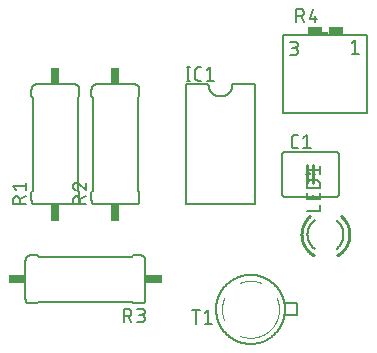
<source format=gbr>
G04 EAGLE Gerber RS-274X export*
G75*
%MOMM*%
%FSLAX34Y34*%
%LPD*%
%INSilkscreen Top*%
%IPPOS*%
%AMOC8*
5,1,8,0,0,1.08239X$1,22.5*%
G01*
%ADD10C,0.152400*%
%ADD11C,0.254000*%
%ADD12C,0.127000*%
%ADD13R,0.762000X1.397000*%
%ADD14R,1.397000X0.762000*%
%ADD15R,1.270000X0.635000*%
%ADD16R,0.508000X0.254000*%
%ADD17C,0.050800*%


D10*
X283210Y654050D02*
X326390Y654050D01*
X326390Y615950D02*
X283210Y615950D01*
X328930Y618490D02*
X328930Y651510D01*
X280670Y651510D02*
X280670Y618490D01*
X326390Y654050D02*
X326490Y654048D01*
X326589Y654042D01*
X326689Y654032D01*
X326787Y654019D01*
X326886Y654001D01*
X326983Y653980D01*
X327079Y653955D01*
X327175Y653926D01*
X327269Y653893D01*
X327362Y653857D01*
X327453Y653817D01*
X327543Y653773D01*
X327631Y653726D01*
X327717Y653676D01*
X327801Y653622D01*
X327883Y653565D01*
X327962Y653505D01*
X328040Y653441D01*
X328114Y653375D01*
X328186Y653306D01*
X328255Y653234D01*
X328321Y653160D01*
X328385Y653082D01*
X328445Y653003D01*
X328502Y652921D01*
X328556Y652837D01*
X328606Y652751D01*
X328653Y652663D01*
X328697Y652573D01*
X328737Y652482D01*
X328773Y652389D01*
X328806Y652295D01*
X328835Y652199D01*
X328860Y652103D01*
X328881Y652006D01*
X328899Y651907D01*
X328912Y651809D01*
X328922Y651709D01*
X328928Y651610D01*
X328930Y651510D01*
X283210Y654050D02*
X283110Y654048D01*
X283011Y654042D01*
X282911Y654032D01*
X282813Y654019D01*
X282714Y654001D01*
X282617Y653980D01*
X282521Y653955D01*
X282425Y653926D01*
X282331Y653893D01*
X282238Y653857D01*
X282147Y653817D01*
X282057Y653773D01*
X281969Y653726D01*
X281883Y653676D01*
X281799Y653622D01*
X281717Y653565D01*
X281638Y653505D01*
X281560Y653441D01*
X281486Y653375D01*
X281414Y653306D01*
X281345Y653234D01*
X281279Y653160D01*
X281215Y653082D01*
X281155Y653003D01*
X281098Y652921D01*
X281044Y652837D01*
X280994Y652751D01*
X280947Y652663D01*
X280903Y652573D01*
X280863Y652482D01*
X280827Y652389D01*
X280794Y652295D01*
X280765Y652199D01*
X280740Y652103D01*
X280719Y652006D01*
X280701Y651907D01*
X280688Y651809D01*
X280678Y651709D01*
X280672Y651610D01*
X280670Y651510D01*
X326390Y615950D02*
X326490Y615952D01*
X326589Y615958D01*
X326689Y615968D01*
X326787Y615981D01*
X326886Y615999D01*
X326983Y616020D01*
X327079Y616045D01*
X327175Y616074D01*
X327269Y616107D01*
X327362Y616143D01*
X327453Y616183D01*
X327543Y616227D01*
X327631Y616274D01*
X327717Y616324D01*
X327801Y616378D01*
X327883Y616435D01*
X327962Y616495D01*
X328040Y616559D01*
X328114Y616625D01*
X328186Y616694D01*
X328255Y616766D01*
X328321Y616840D01*
X328385Y616918D01*
X328445Y616997D01*
X328502Y617079D01*
X328556Y617163D01*
X328606Y617249D01*
X328653Y617337D01*
X328697Y617427D01*
X328737Y617518D01*
X328773Y617611D01*
X328806Y617705D01*
X328835Y617801D01*
X328860Y617897D01*
X328881Y617994D01*
X328899Y618093D01*
X328912Y618191D01*
X328922Y618291D01*
X328928Y618390D01*
X328930Y618490D01*
X283210Y615950D02*
X283110Y615952D01*
X283011Y615958D01*
X282911Y615968D01*
X282813Y615981D01*
X282714Y615999D01*
X282617Y616020D01*
X282521Y616045D01*
X282425Y616074D01*
X282331Y616107D01*
X282238Y616143D01*
X282147Y616183D01*
X282057Y616227D01*
X281969Y616274D01*
X281883Y616324D01*
X281799Y616378D01*
X281717Y616435D01*
X281638Y616495D01*
X281560Y616559D01*
X281486Y616625D01*
X281414Y616694D01*
X281345Y616766D01*
X281279Y616840D01*
X281215Y616918D01*
X281155Y616997D01*
X281098Y617079D01*
X281044Y617163D01*
X280994Y617249D01*
X280947Y617337D01*
X280903Y617427D01*
X280863Y617518D01*
X280827Y617611D01*
X280794Y617705D01*
X280765Y617801D01*
X280740Y617897D01*
X280719Y617994D01*
X280701Y618093D01*
X280688Y618191D01*
X280678Y618291D01*
X280672Y618390D01*
X280670Y618490D01*
X307340Y635000D02*
X308610Y635000D01*
D11*
X307340Y635000D02*
X307340Y642620D01*
X307340Y635000D02*
X307340Y627380D01*
X302260Y635000D02*
X302260Y642620D01*
X302260Y635000D02*
X302260Y627380D01*
D10*
X302260Y635000D02*
X300990Y635000D01*
D12*
X294005Y657225D02*
X291465Y657225D01*
X291365Y657227D01*
X291266Y657233D01*
X291166Y657243D01*
X291068Y657256D01*
X290969Y657274D01*
X290872Y657295D01*
X290776Y657320D01*
X290680Y657349D01*
X290586Y657382D01*
X290493Y657418D01*
X290402Y657458D01*
X290312Y657502D01*
X290224Y657549D01*
X290138Y657599D01*
X290054Y657653D01*
X289972Y657710D01*
X289893Y657770D01*
X289815Y657834D01*
X289741Y657900D01*
X289669Y657969D01*
X289600Y658041D01*
X289534Y658115D01*
X289470Y658193D01*
X289410Y658272D01*
X289353Y658354D01*
X289299Y658438D01*
X289249Y658524D01*
X289202Y658612D01*
X289158Y658702D01*
X289118Y658793D01*
X289082Y658886D01*
X289049Y658980D01*
X289020Y659076D01*
X288995Y659172D01*
X288974Y659269D01*
X288956Y659368D01*
X288943Y659466D01*
X288933Y659566D01*
X288927Y659665D01*
X288925Y659765D01*
X288925Y666115D01*
X288927Y666215D01*
X288933Y666314D01*
X288943Y666414D01*
X288956Y666512D01*
X288974Y666611D01*
X288995Y666708D01*
X289020Y666804D01*
X289049Y666900D01*
X289082Y666994D01*
X289118Y667087D01*
X289158Y667178D01*
X289202Y667268D01*
X289249Y667356D01*
X289299Y667442D01*
X289353Y667526D01*
X289410Y667608D01*
X289470Y667687D01*
X289534Y667765D01*
X289600Y667839D01*
X289669Y667911D01*
X289741Y667980D01*
X289815Y668046D01*
X289893Y668110D01*
X289972Y668170D01*
X290054Y668227D01*
X290138Y668281D01*
X290224Y668331D01*
X290312Y668378D01*
X290402Y668422D01*
X290493Y668462D01*
X290586Y668498D01*
X290680Y668531D01*
X290776Y668560D01*
X290872Y668585D01*
X290969Y668606D01*
X291068Y668624D01*
X291166Y668637D01*
X291266Y668647D01*
X291365Y668653D01*
X291465Y668655D01*
X294005Y668655D01*
X298487Y666115D02*
X301662Y668655D01*
X301662Y657225D01*
X298487Y657225D02*
X304837Y657225D01*
D10*
X257810Y609600D02*
X257810Y711200D01*
X199390Y711200D02*
X199390Y609600D01*
X257810Y609600D01*
X257810Y711200D02*
X238760Y711200D01*
X218440Y711200D02*
X199390Y711200D01*
X218440Y711200D02*
X218443Y710953D01*
X218452Y710705D01*
X218467Y710458D01*
X218488Y710212D01*
X218515Y709966D01*
X218548Y709721D01*
X218587Y709476D01*
X218632Y709233D01*
X218683Y708991D01*
X218740Y708750D01*
X218802Y708511D01*
X218871Y708273D01*
X218945Y708037D01*
X219025Y707803D01*
X219110Y707571D01*
X219202Y707341D01*
X219298Y707113D01*
X219401Y706888D01*
X219508Y706665D01*
X219622Y706445D01*
X219740Y706228D01*
X219864Y706013D01*
X219993Y705802D01*
X220127Y705594D01*
X220266Y705389D01*
X220410Y705188D01*
X220558Y704990D01*
X220712Y704796D01*
X220870Y704606D01*
X221033Y704420D01*
X221200Y704238D01*
X221372Y704060D01*
X221548Y703886D01*
X221728Y703716D01*
X221913Y703551D01*
X222101Y703391D01*
X222293Y703235D01*
X222489Y703083D01*
X222688Y702937D01*
X222891Y702795D01*
X223098Y702659D01*
X223307Y702527D01*
X223520Y702401D01*
X223736Y702280D01*
X223954Y702164D01*
X224176Y702054D01*
X224400Y701949D01*
X224626Y701849D01*
X224855Y701755D01*
X225086Y701667D01*
X225320Y701584D01*
X225555Y701507D01*
X225792Y701436D01*
X226030Y701370D01*
X226270Y701311D01*
X226512Y701257D01*
X226755Y701209D01*
X226998Y701167D01*
X227243Y701131D01*
X227489Y701101D01*
X227735Y701077D01*
X227982Y701059D01*
X228229Y701047D01*
X228476Y701041D01*
X228724Y701041D01*
X228971Y701047D01*
X229218Y701059D01*
X229465Y701077D01*
X229711Y701101D01*
X229957Y701131D01*
X230202Y701167D01*
X230445Y701209D01*
X230688Y701257D01*
X230930Y701311D01*
X231170Y701370D01*
X231408Y701436D01*
X231645Y701507D01*
X231880Y701584D01*
X232114Y701667D01*
X232345Y701755D01*
X232574Y701849D01*
X232800Y701949D01*
X233024Y702054D01*
X233246Y702164D01*
X233464Y702280D01*
X233680Y702401D01*
X233893Y702527D01*
X234102Y702659D01*
X234309Y702795D01*
X234512Y702937D01*
X234711Y703083D01*
X234907Y703235D01*
X235099Y703391D01*
X235287Y703551D01*
X235472Y703716D01*
X235652Y703886D01*
X235828Y704060D01*
X236000Y704238D01*
X236167Y704420D01*
X236330Y704606D01*
X236488Y704796D01*
X236642Y704990D01*
X236790Y705188D01*
X236934Y705389D01*
X237073Y705594D01*
X237207Y705802D01*
X237336Y706013D01*
X237460Y706228D01*
X237578Y706445D01*
X237692Y706665D01*
X237799Y706888D01*
X237902Y707113D01*
X237998Y707341D01*
X238090Y707571D01*
X238175Y707803D01*
X238255Y708037D01*
X238329Y708273D01*
X238398Y708511D01*
X238460Y708750D01*
X238517Y708991D01*
X238568Y709233D01*
X238613Y709476D01*
X238652Y709721D01*
X238685Y709966D01*
X238712Y710212D01*
X238733Y710458D01*
X238748Y710705D01*
X238757Y710953D01*
X238760Y711200D01*
D12*
X201295Y714375D02*
X201295Y725805D01*
X200025Y714375D02*
X202565Y714375D01*
X202565Y725805D02*
X200025Y725805D01*
X209767Y714375D02*
X212307Y714375D01*
X209767Y714375D02*
X209667Y714377D01*
X209568Y714383D01*
X209468Y714393D01*
X209370Y714406D01*
X209271Y714424D01*
X209174Y714445D01*
X209078Y714470D01*
X208982Y714499D01*
X208888Y714532D01*
X208795Y714568D01*
X208704Y714608D01*
X208614Y714652D01*
X208526Y714699D01*
X208440Y714749D01*
X208356Y714803D01*
X208274Y714860D01*
X208195Y714920D01*
X208117Y714984D01*
X208043Y715050D01*
X207971Y715119D01*
X207902Y715191D01*
X207836Y715265D01*
X207772Y715343D01*
X207712Y715422D01*
X207655Y715504D01*
X207601Y715588D01*
X207551Y715674D01*
X207504Y715762D01*
X207460Y715852D01*
X207420Y715943D01*
X207384Y716036D01*
X207351Y716130D01*
X207322Y716226D01*
X207297Y716322D01*
X207276Y716419D01*
X207258Y716518D01*
X207245Y716616D01*
X207235Y716716D01*
X207229Y716815D01*
X207227Y716915D01*
X207227Y723265D01*
X207229Y723365D01*
X207235Y723464D01*
X207245Y723564D01*
X207258Y723662D01*
X207276Y723761D01*
X207297Y723858D01*
X207322Y723954D01*
X207351Y724050D01*
X207384Y724144D01*
X207420Y724237D01*
X207460Y724328D01*
X207504Y724418D01*
X207551Y724506D01*
X207601Y724592D01*
X207655Y724676D01*
X207712Y724758D01*
X207772Y724837D01*
X207836Y724915D01*
X207902Y724989D01*
X207971Y725061D01*
X208043Y725130D01*
X208117Y725196D01*
X208195Y725260D01*
X208274Y725320D01*
X208356Y725377D01*
X208440Y725431D01*
X208526Y725481D01*
X208614Y725528D01*
X208704Y725572D01*
X208795Y725612D01*
X208888Y725648D01*
X208982Y725681D01*
X209078Y725710D01*
X209174Y725735D01*
X209271Y725756D01*
X209370Y725774D01*
X209468Y725787D01*
X209568Y725797D01*
X209667Y725803D01*
X209767Y725805D01*
X212307Y725805D01*
X216789Y723265D02*
X219964Y725805D01*
X219964Y714375D01*
X216789Y714375D02*
X223139Y714375D01*
D10*
X308642Y596601D02*
X308342Y596382D01*
X308048Y596155D01*
X307760Y595921D01*
X307477Y595680D01*
X307200Y595433D01*
X306929Y595178D01*
X306665Y594917D01*
X306407Y594650D01*
X306156Y594377D01*
X305911Y594097D01*
X305673Y593812D01*
X305443Y593521D01*
X305219Y593224D01*
X305003Y592922D01*
X304794Y592615D01*
X304593Y592303D01*
X304399Y591986D01*
X304213Y591664D01*
X304035Y591338D01*
X303865Y591008D01*
X303703Y590674D01*
X303550Y590336D01*
X303404Y589994D01*
X303267Y589649D01*
X303139Y589300D01*
X303019Y588949D01*
X302907Y588594D01*
X302805Y588237D01*
X302710Y587878D01*
X302625Y587517D01*
X302549Y587153D01*
X302481Y586788D01*
X302423Y586421D01*
X302373Y586053D01*
X302332Y585684D01*
X302301Y585314D01*
X302278Y584943D01*
X302265Y584572D01*
X302260Y584200D01*
X302265Y583828D01*
X302278Y583457D01*
X302301Y583085D01*
X302333Y582715D01*
X302373Y582345D01*
X302423Y581977D01*
X302482Y581609D01*
X302549Y581244D01*
X302626Y580880D01*
X302712Y580518D01*
X302806Y580158D01*
X302909Y579801D01*
X303020Y579446D01*
X303141Y579094D01*
X303270Y578745D01*
X303407Y578400D01*
X303553Y578058D01*
X303707Y577719D01*
X303869Y577384D01*
X304039Y577054D01*
X304218Y576728D01*
X304404Y576406D01*
X304598Y576088D01*
X304800Y575776D01*
X305009Y575469D01*
X305226Y575167D01*
X305450Y574870D01*
X305681Y574578D01*
X305919Y574293D01*
X306165Y574013D01*
X306417Y573740D01*
X306675Y573472D01*
X306940Y573212D01*
X307211Y572957D01*
X307489Y572709D01*
X307772Y572469D01*
X308061Y572235D01*
X308356Y572008D01*
X332740Y584200D02*
X332736Y584565D01*
X332723Y584930D01*
X332701Y585294D01*
X332670Y585657D01*
X332631Y586020D01*
X332583Y586382D01*
X332526Y586742D01*
X332461Y587101D01*
X332388Y587459D01*
X332305Y587814D01*
X332215Y588167D01*
X332115Y588519D01*
X332008Y588867D01*
X331892Y589213D01*
X331768Y589556D01*
X331635Y589896D01*
X331495Y590233D01*
X331347Y590566D01*
X331190Y590896D01*
X331026Y591222D01*
X330854Y591544D01*
X330674Y591861D01*
X330487Y592174D01*
X330293Y592483D01*
X330091Y592787D01*
X329881Y593086D01*
X329665Y593380D01*
X329442Y593668D01*
X329212Y593951D01*
X328975Y594229D01*
X328732Y594501D01*
X328482Y594767D01*
X328226Y595027D01*
X327963Y595280D01*
X327695Y595528D01*
X327421Y595768D01*
X327141Y596003D01*
X326856Y596230D01*
X332740Y584200D02*
X332736Y583835D01*
X332723Y583470D01*
X332701Y583106D01*
X332670Y582743D01*
X332631Y582380D01*
X332583Y582018D01*
X332526Y581658D01*
X332461Y581299D01*
X332388Y580941D01*
X332305Y580586D01*
X332215Y580233D01*
X332115Y579881D01*
X332008Y579533D01*
X331892Y579187D01*
X331768Y578844D01*
X331635Y578504D01*
X331495Y578167D01*
X331347Y577834D01*
X331190Y577504D01*
X331026Y577178D01*
X330854Y576856D01*
X330674Y576539D01*
X330487Y576226D01*
X330293Y575917D01*
X330091Y575613D01*
X329881Y575314D01*
X329665Y575020D01*
X329442Y574732D01*
X329212Y574449D01*
X328975Y574171D01*
X328732Y573899D01*
X328482Y573633D01*
X328226Y573373D01*
X327963Y573120D01*
X327695Y572872D01*
X327421Y572632D01*
X327141Y572397D01*
X326856Y572170D01*
D11*
X297180Y584200D02*
X297186Y584694D01*
X297204Y585188D01*
X297234Y585682D01*
X297276Y586175D01*
X297330Y586666D01*
X297396Y587156D01*
X297474Y587644D01*
X297564Y588131D01*
X297665Y588615D01*
X297779Y589096D01*
X297904Y589574D01*
X298040Y590050D01*
X298188Y590521D01*
X298348Y590989D01*
X298519Y591453D01*
X298701Y591913D01*
X298894Y592368D01*
X299098Y592819D01*
X299313Y593264D01*
X299539Y593704D01*
X299776Y594138D01*
X300023Y594566D01*
X300280Y594988D01*
X300548Y595404D01*
X300826Y595813D01*
X301113Y596215D01*
X301410Y596611D01*
X301717Y596998D01*
X302033Y597379D01*
X302358Y597751D01*
X302693Y598116D01*
X303036Y598472D01*
X303387Y598819D01*
X303747Y599159D01*
X304115Y599489D01*
X304491Y599810D01*
X297180Y584200D02*
X297186Y583712D01*
X297203Y583225D01*
X297233Y582738D01*
X297274Y582251D01*
X297326Y581766D01*
X297391Y581282D01*
X297467Y580800D01*
X297554Y580320D01*
X297653Y579842D01*
X297763Y579367D01*
X297885Y578894D01*
X298018Y578425D01*
X298163Y577958D01*
X298318Y577496D01*
X298485Y577037D01*
X298662Y576582D01*
X298851Y576132D01*
X299050Y575687D01*
X299260Y575246D01*
X299480Y574810D01*
X299711Y574380D01*
X299952Y573956D01*
X300203Y573538D01*
X300464Y573125D01*
X300735Y572719D01*
X301015Y572320D01*
X301305Y571927D01*
X301605Y571542D01*
X301914Y571164D01*
X302231Y570793D01*
X302558Y570431D01*
X302893Y570076D01*
X303236Y569729D01*
X303588Y569391D01*
X303947Y569061D01*
X304315Y568740D01*
X304690Y568427D01*
X305073Y568124D01*
X305462Y567830D01*
X305859Y567546D01*
X306262Y567271D01*
X306672Y567006D01*
X307088Y566751D01*
X307510Y566506D01*
X307938Y566271D01*
X337820Y584200D02*
X337814Y584690D01*
X337796Y585180D01*
X337767Y585669D01*
X337725Y586158D01*
X337672Y586645D01*
X337608Y587131D01*
X337531Y587615D01*
X337443Y588097D01*
X337343Y588577D01*
X337232Y589055D01*
X337109Y589529D01*
X336974Y590001D01*
X336829Y590469D01*
X336672Y590933D01*
X336504Y591394D01*
X336325Y591850D01*
X336135Y592302D01*
X335934Y592749D01*
X335722Y593191D01*
X335500Y593628D01*
X335268Y594060D01*
X335025Y594486D01*
X334771Y594905D01*
X334508Y595319D01*
X334235Y595726D01*
X333952Y596126D01*
X333659Y596520D01*
X333358Y596906D01*
X333046Y597285D01*
X332726Y597656D01*
X332397Y598019D01*
X332060Y598375D01*
X331713Y598722D01*
X331359Y599060D01*
X330996Y599390D01*
X330626Y599712D01*
X337820Y584200D02*
X337814Y583703D01*
X337796Y583206D01*
X337765Y582710D01*
X337723Y582215D01*
X337668Y581721D01*
X337602Y581228D01*
X337523Y580738D01*
X337432Y580249D01*
X337330Y579763D01*
X337215Y579279D01*
X337089Y578799D01*
X336951Y578321D01*
X336802Y577847D01*
X336641Y577377D01*
X336468Y576911D01*
X336284Y576449D01*
X336089Y575992D01*
X335883Y575540D01*
X335666Y575093D01*
X335437Y574652D01*
X335199Y574216D01*
X334949Y573786D01*
X334689Y573363D01*
X334419Y572945D01*
X334139Y572535D01*
X333849Y572132D01*
X333549Y571735D01*
X333239Y571347D01*
X332920Y570966D01*
X332592Y570593D01*
X332255Y570228D01*
X331909Y569871D01*
X331554Y569523D01*
X331191Y569184D01*
X330820Y568853D01*
X330440Y568532D01*
X330053Y568220D01*
X329659Y567918D01*
X329257Y567626D01*
X328848Y567343D01*
X328433Y567071D01*
X328010Y566808D01*
X327582Y566557D01*
D12*
X313055Y603885D02*
X301625Y603885D01*
X313055Y603885D02*
X313055Y608965D01*
X313055Y613791D02*
X313055Y618871D01*
X313055Y613791D02*
X301625Y613791D01*
X301625Y618871D01*
X306705Y617601D02*
X306705Y613791D01*
X301625Y623672D02*
X313055Y623672D01*
X301625Y623672D02*
X301625Y626847D01*
X301627Y626958D01*
X301633Y627068D01*
X301642Y627179D01*
X301656Y627289D01*
X301673Y627398D01*
X301694Y627507D01*
X301719Y627615D01*
X301748Y627722D01*
X301780Y627828D01*
X301816Y627933D01*
X301856Y628036D01*
X301899Y628138D01*
X301946Y628239D01*
X301997Y628338D01*
X302050Y628435D01*
X302107Y628529D01*
X302168Y628622D01*
X302231Y628713D01*
X302298Y628802D01*
X302368Y628888D01*
X302441Y628971D01*
X302516Y629053D01*
X302594Y629131D01*
X302676Y629206D01*
X302759Y629279D01*
X302845Y629349D01*
X302934Y629416D01*
X303025Y629479D01*
X303118Y629540D01*
X303213Y629597D01*
X303309Y629650D01*
X303408Y629701D01*
X303509Y629748D01*
X303611Y629791D01*
X303714Y629831D01*
X303819Y629867D01*
X303925Y629899D01*
X304032Y629928D01*
X304140Y629953D01*
X304249Y629974D01*
X304358Y629991D01*
X304468Y630005D01*
X304579Y630014D01*
X304689Y630020D01*
X304800Y630022D01*
X309880Y630022D01*
X309991Y630020D01*
X310101Y630014D01*
X310212Y630005D01*
X310322Y629991D01*
X310431Y629974D01*
X310540Y629953D01*
X310648Y629928D01*
X310755Y629899D01*
X310861Y629867D01*
X310966Y629831D01*
X311069Y629791D01*
X311171Y629748D01*
X311272Y629701D01*
X311371Y629650D01*
X311468Y629597D01*
X311562Y629540D01*
X311655Y629479D01*
X311746Y629416D01*
X311835Y629349D01*
X311921Y629279D01*
X312004Y629206D01*
X312086Y629131D01*
X312164Y629053D01*
X312239Y628971D01*
X312312Y628888D01*
X312382Y628802D01*
X312449Y628713D01*
X312512Y628622D01*
X312573Y628529D01*
X312630Y628435D01*
X312683Y628338D01*
X312734Y628239D01*
X312781Y628138D01*
X312824Y628036D01*
X312864Y627933D01*
X312900Y627828D01*
X312932Y627722D01*
X312961Y627615D01*
X312986Y627507D01*
X313007Y627398D01*
X313024Y627289D01*
X313038Y627179D01*
X313047Y627068D01*
X313053Y626958D01*
X313055Y626847D01*
X313055Y623672D01*
X304165Y635483D02*
X301625Y638658D01*
X313055Y638658D01*
X313055Y635483D02*
X313055Y641833D01*
D10*
X105410Y711200D02*
X72390Y711200D01*
X72268Y711198D01*
X72146Y711192D01*
X72024Y711182D01*
X71903Y711169D01*
X71782Y711151D01*
X71662Y711130D01*
X71542Y711104D01*
X71424Y711075D01*
X71306Y711043D01*
X71189Y711006D01*
X71074Y710966D01*
X70960Y710922D01*
X70848Y710874D01*
X70737Y710823D01*
X70628Y710768D01*
X70520Y710710D01*
X70415Y710648D01*
X70312Y710583D01*
X70210Y710515D01*
X70111Y710443D01*
X70015Y710369D01*
X69920Y710291D01*
X69829Y710210D01*
X69739Y710127D01*
X69653Y710041D01*
X69570Y709951D01*
X69489Y709860D01*
X69411Y709765D01*
X69337Y709669D01*
X69265Y709570D01*
X69197Y709468D01*
X69132Y709365D01*
X69070Y709260D01*
X69012Y709152D01*
X68957Y709043D01*
X68906Y708932D01*
X68858Y708820D01*
X68814Y708706D01*
X68774Y708591D01*
X68737Y708474D01*
X68705Y708356D01*
X68676Y708238D01*
X68650Y708118D01*
X68629Y707998D01*
X68611Y707877D01*
X68598Y707756D01*
X68588Y707634D01*
X68582Y707512D01*
X68580Y707390D01*
X109220Y613410D02*
X109218Y613288D01*
X109212Y613166D01*
X109202Y613044D01*
X109189Y612923D01*
X109171Y612802D01*
X109150Y612682D01*
X109124Y612562D01*
X109095Y612444D01*
X109063Y612326D01*
X109026Y612209D01*
X108986Y612094D01*
X108942Y611980D01*
X108894Y611868D01*
X108843Y611757D01*
X108788Y611648D01*
X108730Y611540D01*
X108668Y611435D01*
X108603Y611332D01*
X108535Y611230D01*
X108463Y611131D01*
X108389Y611035D01*
X108311Y610940D01*
X108230Y610849D01*
X108147Y610759D01*
X108061Y610673D01*
X107971Y610590D01*
X107880Y610509D01*
X107785Y610431D01*
X107689Y610357D01*
X107590Y610285D01*
X107488Y610217D01*
X107385Y610152D01*
X107280Y610090D01*
X107172Y610032D01*
X107063Y609977D01*
X106952Y609926D01*
X106840Y609878D01*
X106726Y609834D01*
X106611Y609794D01*
X106494Y609757D01*
X106376Y609725D01*
X106258Y609696D01*
X106138Y609670D01*
X106018Y609649D01*
X105897Y609631D01*
X105776Y609618D01*
X105654Y609608D01*
X105532Y609602D01*
X105410Y609600D01*
X109220Y707390D02*
X109218Y707512D01*
X109212Y707634D01*
X109202Y707756D01*
X109189Y707877D01*
X109171Y707998D01*
X109150Y708118D01*
X109124Y708238D01*
X109095Y708356D01*
X109063Y708474D01*
X109026Y708591D01*
X108986Y708706D01*
X108942Y708820D01*
X108894Y708932D01*
X108843Y709043D01*
X108788Y709152D01*
X108730Y709260D01*
X108668Y709365D01*
X108603Y709468D01*
X108535Y709570D01*
X108463Y709669D01*
X108389Y709765D01*
X108311Y709860D01*
X108230Y709951D01*
X108147Y710041D01*
X108061Y710127D01*
X107971Y710210D01*
X107880Y710291D01*
X107785Y710369D01*
X107689Y710443D01*
X107590Y710515D01*
X107488Y710583D01*
X107385Y710648D01*
X107280Y710710D01*
X107172Y710768D01*
X107063Y710823D01*
X106952Y710874D01*
X106840Y710922D01*
X106726Y710966D01*
X106611Y711006D01*
X106494Y711043D01*
X106376Y711075D01*
X106258Y711104D01*
X106138Y711130D01*
X106018Y711151D01*
X105897Y711169D01*
X105776Y711182D01*
X105654Y711192D01*
X105532Y711198D01*
X105410Y711200D01*
X68580Y613410D02*
X68582Y613288D01*
X68588Y613166D01*
X68598Y613044D01*
X68611Y612923D01*
X68629Y612802D01*
X68650Y612682D01*
X68676Y612562D01*
X68705Y612444D01*
X68737Y612326D01*
X68774Y612209D01*
X68814Y612094D01*
X68858Y611980D01*
X68906Y611868D01*
X68957Y611757D01*
X69012Y611648D01*
X69070Y611540D01*
X69132Y611435D01*
X69197Y611332D01*
X69265Y611230D01*
X69337Y611131D01*
X69411Y611035D01*
X69489Y610940D01*
X69570Y610849D01*
X69653Y610759D01*
X69739Y610673D01*
X69829Y610590D01*
X69920Y610509D01*
X70015Y610431D01*
X70111Y610357D01*
X70210Y610285D01*
X70312Y610217D01*
X70415Y610152D01*
X70520Y610090D01*
X70628Y610032D01*
X70737Y609977D01*
X70848Y609926D01*
X70960Y609878D01*
X71074Y609834D01*
X71189Y609794D01*
X71306Y609757D01*
X71424Y609725D01*
X71542Y609696D01*
X71662Y609670D01*
X71782Y609649D01*
X71903Y609631D01*
X72024Y609618D01*
X72146Y609608D01*
X72268Y609602D01*
X72390Y609600D01*
X68580Y701040D02*
X68580Y707390D01*
X68580Y701040D02*
X69850Y699770D01*
X109220Y701040D02*
X109220Y707390D01*
X109220Y701040D02*
X107950Y699770D01*
X69850Y621030D02*
X68580Y619760D01*
X69850Y621030D02*
X69850Y699770D01*
X107950Y621030D02*
X109220Y619760D01*
X107950Y621030D02*
X107950Y699770D01*
X105410Y609600D02*
X72390Y609600D01*
X68580Y613410D02*
X68580Y619760D01*
X109220Y619760D02*
X109220Y613410D01*
D13*
X88900Y718185D03*
X88900Y602615D03*
D12*
X64135Y610235D02*
X52705Y610235D01*
X52705Y613410D01*
X52707Y613521D01*
X52713Y613631D01*
X52722Y613742D01*
X52736Y613852D01*
X52753Y613961D01*
X52774Y614070D01*
X52799Y614178D01*
X52828Y614285D01*
X52860Y614391D01*
X52896Y614496D01*
X52936Y614599D01*
X52979Y614701D01*
X53026Y614802D01*
X53077Y614901D01*
X53130Y614998D01*
X53187Y615092D01*
X53248Y615185D01*
X53311Y615276D01*
X53378Y615365D01*
X53448Y615451D01*
X53521Y615534D01*
X53596Y615616D01*
X53674Y615694D01*
X53756Y615769D01*
X53839Y615842D01*
X53925Y615912D01*
X54014Y615979D01*
X54105Y616042D01*
X54198Y616103D01*
X54292Y616160D01*
X54389Y616213D01*
X54488Y616264D01*
X54589Y616311D01*
X54691Y616354D01*
X54794Y616394D01*
X54899Y616430D01*
X55005Y616462D01*
X55112Y616491D01*
X55220Y616516D01*
X55329Y616537D01*
X55438Y616554D01*
X55548Y616568D01*
X55659Y616577D01*
X55769Y616583D01*
X55880Y616585D01*
X55991Y616583D01*
X56101Y616577D01*
X56212Y616568D01*
X56322Y616554D01*
X56431Y616537D01*
X56540Y616516D01*
X56648Y616491D01*
X56755Y616462D01*
X56861Y616430D01*
X56966Y616394D01*
X57069Y616354D01*
X57171Y616311D01*
X57272Y616264D01*
X57371Y616213D01*
X57468Y616160D01*
X57562Y616103D01*
X57655Y616042D01*
X57746Y615979D01*
X57835Y615912D01*
X57921Y615842D01*
X58004Y615769D01*
X58086Y615694D01*
X58164Y615616D01*
X58239Y615534D01*
X58312Y615451D01*
X58382Y615365D01*
X58449Y615276D01*
X58512Y615185D01*
X58573Y615092D01*
X58630Y614998D01*
X58683Y614901D01*
X58734Y614802D01*
X58781Y614701D01*
X58824Y614599D01*
X58864Y614496D01*
X58900Y614391D01*
X58932Y614285D01*
X58961Y614178D01*
X58986Y614070D01*
X59007Y613961D01*
X59024Y613852D01*
X59038Y613742D01*
X59047Y613631D01*
X59053Y613521D01*
X59055Y613410D01*
X59055Y610235D01*
X59055Y614045D02*
X64135Y616585D01*
X55245Y621582D02*
X52705Y624757D01*
X64135Y624757D01*
X64135Y621582D02*
X64135Y627932D01*
D10*
X123190Y711200D02*
X156210Y711200D01*
X123190Y711200D02*
X123068Y711198D01*
X122946Y711192D01*
X122824Y711182D01*
X122703Y711169D01*
X122582Y711151D01*
X122462Y711130D01*
X122342Y711104D01*
X122224Y711075D01*
X122106Y711043D01*
X121989Y711006D01*
X121874Y710966D01*
X121760Y710922D01*
X121648Y710874D01*
X121537Y710823D01*
X121428Y710768D01*
X121320Y710710D01*
X121215Y710648D01*
X121112Y710583D01*
X121010Y710515D01*
X120911Y710443D01*
X120815Y710369D01*
X120720Y710291D01*
X120629Y710210D01*
X120539Y710127D01*
X120453Y710041D01*
X120370Y709951D01*
X120289Y709860D01*
X120211Y709765D01*
X120137Y709669D01*
X120065Y709570D01*
X119997Y709468D01*
X119932Y709365D01*
X119870Y709260D01*
X119812Y709152D01*
X119757Y709043D01*
X119706Y708932D01*
X119658Y708820D01*
X119614Y708706D01*
X119574Y708591D01*
X119537Y708474D01*
X119505Y708356D01*
X119476Y708238D01*
X119450Y708118D01*
X119429Y707998D01*
X119411Y707877D01*
X119398Y707756D01*
X119388Y707634D01*
X119382Y707512D01*
X119380Y707390D01*
X160020Y613410D02*
X160018Y613288D01*
X160012Y613166D01*
X160002Y613044D01*
X159989Y612923D01*
X159971Y612802D01*
X159950Y612682D01*
X159924Y612562D01*
X159895Y612444D01*
X159863Y612326D01*
X159826Y612209D01*
X159786Y612094D01*
X159742Y611980D01*
X159694Y611868D01*
X159643Y611757D01*
X159588Y611648D01*
X159530Y611540D01*
X159468Y611435D01*
X159403Y611332D01*
X159335Y611230D01*
X159263Y611131D01*
X159189Y611035D01*
X159111Y610940D01*
X159030Y610849D01*
X158947Y610759D01*
X158861Y610673D01*
X158771Y610590D01*
X158680Y610509D01*
X158585Y610431D01*
X158489Y610357D01*
X158390Y610285D01*
X158288Y610217D01*
X158185Y610152D01*
X158080Y610090D01*
X157972Y610032D01*
X157863Y609977D01*
X157752Y609926D01*
X157640Y609878D01*
X157526Y609834D01*
X157411Y609794D01*
X157294Y609757D01*
X157176Y609725D01*
X157058Y609696D01*
X156938Y609670D01*
X156818Y609649D01*
X156697Y609631D01*
X156576Y609618D01*
X156454Y609608D01*
X156332Y609602D01*
X156210Y609600D01*
X160020Y707390D02*
X160018Y707512D01*
X160012Y707634D01*
X160002Y707756D01*
X159989Y707877D01*
X159971Y707998D01*
X159950Y708118D01*
X159924Y708238D01*
X159895Y708356D01*
X159863Y708474D01*
X159826Y708591D01*
X159786Y708706D01*
X159742Y708820D01*
X159694Y708932D01*
X159643Y709043D01*
X159588Y709152D01*
X159530Y709260D01*
X159468Y709365D01*
X159403Y709468D01*
X159335Y709570D01*
X159263Y709669D01*
X159189Y709765D01*
X159111Y709860D01*
X159030Y709951D01*
X158947Y710041D01*
X158861Y710127D01*
X158771Y710210D01*
X158680Y710291D01*
X158585Y710369D01*
X158489Y710443D01*
X158390Y710515D01*
X158288Y710583D01*
X158185Y710648D01*
X158080Y710710D01*
X157972Y710768D01*
X157863Y710823D01*
X157752Y710874D01*
X157640Y710922D01*
X157526Y710966D01*
X157411Y711006D01*
X157294Y711043D01*
X157176Y711075D01*
X157058Y711104D01*
X156938Y711130D01*
X156818Y711151D01*
X156697Y711169D01*
X156576Y711182D01*
X156454Y711192D01*
X156332Y711198D01*
X156210Y711200D01*
X119380Y613410D02*
X119382Y613288D01*
X119388Y613166D01*
X119398Y613044D01*
X119411Y612923D01*
X119429Y612802D01*
X119450Y612682D01*
X119476Y612562D01*
X119505Y612444D01*
X119537Y612326D01*
X119574Y612209D01*
X119614Y612094D01*
X119658Y611980D01*
X119706Y611868D01*
X119757Y611757D01*
X119812Y611648D01*
X119870Y611540D01*
X119932Y611435D01*
X119997Y611332D01*
X120065Y611230D01*
X120137Y611131D01*
X120211Y611035D01*
X120289Y610940D01*
X120370Y610849D01*
X120453Y610759D01*
X120539Y610673D01*
X120629Y610590D01*
X120720Y610509D01*
X120815Y610431D01*
X120911Y610357D01*
X121010Y610285D01*
X121112Y610217D01*
X121215Y610152D01*
X121320Y610090D01*
X121428Y610032D01*
X121537Y609977D01*
X121648Y609926D01*
X121760Y609878D01*
X121874Y609834D01*
X121989Y609794D01*
X122106Y609757D01*
X122224Y609725D01*
X122342Y609696D01*
X122462Y609670D01*
X122582Y609649D01*
X122703Y609631D01*
X122824Y609618D01*
X122946Y609608D01*
X123068Y609602D01*
X123190Y609600D01*
X119380Y701040D02*
X119380Y707390D01*
X119380Y701040D02*
X120650Y699770D01*
X160020Y701040D02*
X160020Y707390D01*
X160020Y701040D02*
X158750Y699770D01*
X120650Y621030D02*
X119380Y619760D01*
X120650Y621030D02*
X120650Y699770D01*
X158750Y621030D02*
X160020Y619760D01*
X158750Y621030D02*
X158750Y699770D01*
X156210Y609600D02*
X123190Y609600D01*
X119380Y613410D02*
X119380Y619760D01*
X160020Y619760D02*
X160020Y613410D01*
D13*
X139700Y718185D03*
X139700Y602615D03*
D12*
X114935Y610235D02*
X103505Y610235D01*
X103505Y613410D01*
X103507Y613521D01*
X103513Y613631D01*
X103522Y613742D01*
X103536Y613852D01*
X103553Y613961D01*
X103574Y614070D01*
X103599Y614178D01*
X103628Y614285D01*
X103660Y614391D01*
X103696Y614496D01*
X103736Y614599D01*
X103779Y614701D01*
X103826Y614802D01*
X103877Y614901D01*
X103930Y614998D01*
X103987Y615092D01*
X104048Y615185D01*
X104111Y615276D01*
X104178Y615365D01*
X104248Y615451D01*
X104321Y615534D01*
X104396Y615616D01*
X104474Y615694D01*
X104556Y615769D01*
X104639Y615842D01*
X104725Y615912D01*
X104814Y615979D01*
X104905Y616042D01*
X104998Y616103D01*
X105093Y616160D01*
X105189Y616213D01*
X105288Y616264D01*
X105389Y616311D01*
X105491Y616354D01*
X105594Y616394D01*
X105699Y616430D01*
X105805Y616462D01*
X105912Y616491D01*
X106020Y616516D01*
X106129Y616537D01*
X106238Y616554D01*
X106348Y616568D01*
X106459Y616577D01*
X106569Y616583D01*
X106680Y616585D01*
X106791Y616583D01*
X106901Y616577D01*
X107012Y616568D01*
X107122Y616554D01*
X107231Y616537D01*
X107340Y616516D01*
X107448Y616491D01*
X107555Y616462D01*
X107661Y616430D01*
X107766Y616394D01*
X107869Y616354D01*
X107971Y616311D01*
X108072Y616264D01*
X108171Y616213D01*
X108268Y616160D01*
X108362Y616103D01*
X108455Y616042D01*
X108546Y615979D01*
X108635Y615912D01*
X108721Y615842D01*
X108804Y615769D01*
X108886Y615694D01*
X108964Y615616D01*
X109039Y615534D01*
X109112Y615451D01*
X109182Y615365D01*
X109249Y615276D01*
X109312Y615185D01*
X109373Y615092D01*
X109430Y614998D01*
X109483Y614901D01*
X109534Y614802D01*
X109581Y614701D01*
X109624Y614599D01*
X109664Y614496D01*
X109700Y614391D01*
X109732Y614285D01*
X109761Y614178D01*
X109786Y614070D01*
X109807Y613961D01*
X109824Y613852D01*
X109838Y613742D01*
X109847Y613631D01*
X109853Y613521D01*
X109855Y613410D01*
X109855Y610235D01*
X109855Y614045D02*
X114935Y616585D01*
X106363Y627933D02*
X106259Y627931D01*
X106154Y627925D01*
X106050Y627916D01*
X105947Y627903D01*
X105844Y627885D01*
X105742Y627865D01*
X105640Y627840D01*
X105540Y627812D01*
X105440Y627780D01*
X105342Y627744D01*
X105245Y627705D01*
X105150Y627663D01*
X105056Y627617D01*
X104964Y627567D01*
X104874Y627515D01*
X104786Y627459D01*
X104700Y627399D01*
X104616Y627337D01*
X104535Y627272D01*
X104456Y627204D01*
X104379Y627132D01*
X104306Y627059D01*
X104234Y626982D01*
X104166Y626903D01*
X104101Y626822D01*
X104039Y626738D01*
X103979Y626652D01*
X103923Y626564D01*
X103871Y626474D01*
X103821Y626382D01*
X103775Y626288D01*
X103733Y626193D01*
X103694Y626096D01*
X103658Y625998D01*
X103626Y625898D01*
X103598Y625798D01*
X103573Y625696D01*
X103553Y625594D01*
X103535Y625491D01*
X103522Y625388D01*
X103513Y625284D01*
X103507Y625179D01*
X103505Y625075D01*
X103507Y624957D01*
X103513Y624838D01*
X103522Y624720D01*
X103535Y624603D01*
X103553Y624486D01*
X103573Y624369D01*
X103598Y624253D01*
X103626Y624138D01*
X103659Y624025D01*
X103694Y623912D01*
X103734Y623800D01*
X103776Y623690D01*
X103823Y623581D01*
X103873Y623473D01*
X103926Y623368D01*
X103983Y623264D01*
X104043Y623162D01*
X104106Y623062D01*
X104173Y622964D01*
X104242Y622868D01*
X104315Y622775D01*
X104391Y622684D01*
X104469Y622595D01*
X104551Y622509D01*
X104635Y622426D01*
X104721Y622345D01*
X104811Y622268D01*
X104902Y622193D01*
X104996Y622121D01*
X105093Y622052D01*
X105191Y621987D01*
X105292Y621924D01*
X105395Y621865D01*
X105499Y621809D01*
X105605Y621757D01*
X105713Y621708D01*
X105822Y621663D01*
X105933Y621621D01*
X106045Y621583D01*
X108585Y626980D02*
X108510Y627056D01*
X108431Y627131D01*
X108350Y627202D01*
X108266Y627271D01*
X108180Y627336D01*
X108092Y627398D01*
X108002Y627458D01*
X107910Y627514D01*
X107815Y627567D01*
X107719Y627616D01*
X107621Y627662D01*
X107522Y627705D01*
X107421Y627744D01*
X107319Y627779D01*
X107216Y627811D01*
X107112Y627839D01*
X107007Y627864D01*
X106900Y627885D01*
X106794Y627902D01*
X106687Y627915D01*
X106579Y627924D01*
X106471Y627930D01*
X106363Y627932D01*
X108585Y626980D02*
X114935Y621582D01*
X114935Y627932D01*
D10*
X63500Y562610D02*
X63500Y529590D01*
X63502Y529468D01*
X63508Y529346D01*
X63518Y529224D01*
X63531Y529103D01*
X63549Y528982D01*
X63570Y528862D01*
X63596Y528742D01*
X63625Y528624D01*
X63657Y528506D01*
X63694Y528389D01*
X63734Y528274D01*
X63778Y528160D01*
X63826Y528048D01*
X63877Y527937D01*
X63932Y527828D01*
X63990Y527720D01*
X64052Y527615D01*
X64117Y527512D01*
X64185Y527410D01*
X64257Y527311D01*
X64331Y527215D01*
X64409Y527120D01*
X64490Y527029D01*
X64573Y526939D01*
X64659Y526853D01*
X64749Y526770D01*
X64840Y526689D01*
X64935Y526611D01*
X65031Y526537D01*
X65130Y526465D01*
X65232Y526397D01*
X65335Y526332D01*
X65440Y526270D01*
X65548Y526212D01*
X65657Y526157D01*
X65768Y526106D01*
X65880Y526058D01*
X65994Y526014D01*
X66109Y525974D01*
X66226Y525937D01*
X66344Y525905D01*
X66462Y525876D01*
X66582Y525850D01*
X66702Y525829D01*
X66823Y525811D01*
X66944Y525798D01*
X67066Y525788D01*
X67188Y525782D01*
X67310Y525780D01*
X161290Y566420D02*
X161412Y566418D01*
X161534Y566412D01*
X161656Y566402D01*
X161777Y566389D01*
X161898Y566371D01*
X162018Y566350D01*
X162138Y566324D01*
X162256Y566295D01*
X162374Y566263D01*
X162491Y566226D01*
X162606Y566186D01*
X162720Y566142D01*
X162832Y566094D01*
X162943Y566043D01*
X163052Y565988D01*
X163160Y565930D01*
X163265Y565868D01*
X163368Y565803D01*
X163470Y565735D01*
X163569Y565663D01*
X163665Y565589D01*
X163760Y565511D01*
X163851Y565430D01*
X163941Y565347D01*
X164027Y565261D01*
X164110Y565171D01*
X164191Y565080D01*
X164269Y564985D01*
X164343Y564889D01*
X164415Y564790D01*
X164483Y564688D01*
X164548Y564585D01*
X164610Y564480D01*
X164668Y564372D01*
X164723Y564263D01*
X164774Y564152D01*
X164822Y564040D01*
X164866Y563926D01*
X164906Y563811D01*
X164943Y563694D01*
X164975Y563576D01*
X165004Y563458D01*
X165030Y563338D01*
X165051Y563218D01*
X165069Y563097D01*
X165082Y562976D01*
X165092Y562854D01*
X165098Y562732D01*
X165100Y562610D01*
X67310Y566420D02*
X67188Y566418D01*
X67066Y566412D01*
X66944Y566402D01*
X66823Y566389D01*
X66702Y566371D01*
X66582Y566350D01*
X66462Y566324D01*
X66344Y566295D01*
X66226Y566263D01*
X66109Y566226D01*
X65994Y566186D01*
X65880Y566142D01*
X65768Y566094D01*
X65657Y566043D01*
X65548Y565988D01*
X65440Y565930D01*
X65335Y565868D01*
X65232Y565803D01*
X65130Y565735D01*
X65031Y565663D01*
X64935Y565589D01*
X64840Y565511D01*
X64749Y565430D01*
X64659Y565347D01*
X64573Y565261D01*
X64490Y565171D01*
X64409Y565080D01*
X64331Y564985D01*
X64257Y564889D01*
X64185Y564790D01*
X64117Y564688D01*
X64052Y564585D01*
X63990Y564480D01*
X63932Y564372D01*
X63877Y564263D01*
X63826Y564152D01*
X63778Y564040D01*
X63734Y563926D01*
X63694Y563811D01*
X63657Y563694D01*
X63625Y563576D01*
X63596Y563458D01*
X63570Y563338D01*
X63549Y563218D01*
X63531Y563097D01*
X63518Y562976D01*
X63508Y562854D01*
X63502Y562732D01*
X63500Y562610D01*
X161290Y525780D02*
X161412Y525782D01*
X161534Y525788D01*
X161656Y525798D01*
X161777Y525811D01*
X161898Y525829D01*
X162018Y525850D01*
X162138Y525876D01*
X162256Y525905D01*
X162374Y525937D01*
X162491Y525974D01*
X162606Y526014D01*
X162720Y526058D01*
X162832Y526106D01*
X162943Y526157D01*
X163052Y526212D01*
X163160Y526270D01*
X163265Y526332D01*
X163368Y526397D01*
X163470Y526465D01*
X163569Y526537D01*
X163665Y526611D01*
X163760Y526689D01*
X163851Y526770D01*
X163941Y526853D01*
X164027Y526939D01*
X164110Y527029D01*
X164191Y527120D01*
X164269Y527215D01*
X164343Y527311D01*
X164415Y527410D01*
X164483Y527512D01*
X164548Y527615D01*
X164610Y527720D01*
X164668Y527828D01*
X164723Y527937D01*
X164774Y528048D01*
X164822Y528160D01*
X164866Y528274D01*
X164906Y528389D01*
X164943Y528506D01*
X164975Y528624D01*
X165004Y528742D01*
X165030Y528862D01*
X165051Y528982D01*
X165069Y529103D01*
X165082Y529224D01*
X165092Y529346D01*
X165098Y529468D01*
X165100Y529590D01*
X73660Y525780D02*
X67310Y525780D01*
X73660Y525780D02*
X74930Y527050D01*
X73660Y566420D02*
X67310Y566420D01*
X73660Y566420D02*
X74930Y565150D01*
X153670Y527050D02*
X154940Y525780D01*
X153670Y527050D02*
X74930Y527050D01*
X153670Y565150D02*
X154940Y566420D01*
X153670Y565150D02*
X74930Y565150D01*
X165100Y562610D02*
X165100Y529590D01*
X161290Y525780D02*
X154940Y525780D01*
X154940Y566420D02*
X161290Y566420D01*
D14*
X56515Y546100D03*
X172085Y546100D03*
D12*
X146768Y521335D02*
X146768Y509905D01*
X146768Y521335D02*
X149943Y521335D01*
X150054Y521333D01*
X150164Y521327D01*
X150275Y521318D01*
X150385Y521304D01*
X150494Y521287D01*
X150603Y521266D01*
X150711Y521241D01*
X150818Y521212D01*
X150924Y521180D01*
X151029Y521144D01*
X151132Y521104D01*
X151234Y521061D01*
X151335Y521014D01*
X151434Y520963D01*
X151531Y520910D01*
X151625Y520853D01*
X151718Y520792D01*
X151809Y520729D01*
X151898Y520662D01*
X151984Y520592D01*
X152067Y520519D01*
X152149Y520444D01*
X152227Y520366D01*
X152302Y520284D01*
X152375Y520201D01*
X152445Y520115D01*
X152512Y520026D01*
X152575Y519935D01*
X152636Y519842D01*
X152693Y519747D01*
X152746Y519651D01*
X152797Y519552D01*
X152844Y519451D01*
X152887Y519349D01*
X152927Y519246D01*
X152963Y519141D01*
X152995Y519035D01*
X153024Y518928D01*
X153049Y518820D01*
X153070Y518711D01*
X153087Y518602D01*
X153101Y518492D01*
X153110Y518381D01*
X153116Y518271D01*
X153118Y518160D01*
X153116Y518049D01*
X153110Y517939D01*
X153101Y517828D01*
X153087Y517718D01*
X153070Y517609D01*
X153049Y517500D01*
X153024Y517392D01*
X152995Y517285D01*
X152963Y517179D01*
X152927Y517074D01*
X152887Y516971D01*
X152844Y516869D01*
X152797Y516768D01*
X152746Y516669D01*
X152693Y516572D01*
X152636Y516478D01*
X152575Y516385D01*
X152512Y516294D01*
X152445Y516205D01*
X152375Y516119D01*
X152302Y516036D01*
X152227Y515954D01*
X152149Y515876D01*
X152067Y515801D01*
X151984Y515728D01*
X151898Y515658D01*
X151809Y515591D01*
X151718Y515528D01*
X151625Y515467D01*
X151530Y515410D01*
X151434Y515357D01*
X151335Y515306D01*
X151234Y515259D01*
X151132Y515216D01*
X151029Y515176D01*
X150924Y515140D01*
X150818Y515108D01*
X150711Y515079D01*
X150603Y515054D01*
X150494Y515033D01*
X150385Y515016D01*
X150275Y515002D01*
X150164Y514993D01*
X150054Y514987D01*
X149943Y514985D01*
X146768Y514985D01*
X150578Y514985D02*
X153118Y509905D01*
X158115Y509905D02*
X161290Y509905D01*
X161401Y509907D01*
X161511Y509913D01*
X161622Y509922D01*
X161732Y509936D01*
X161841Y509953D01*
X161950Y509974D01*
X162058Y509999D01*
X162165Y510028D01*
X162271Y510060D01*
X162376Y510096D01*
X162479Y510136D01*
X162581Y510179D01*
X162682Y510226D01*
X162781Y510277D01*
X162877Y510330D01*
X162972Y510387D01*
X163065Y510448D01*
X163156Y510511D01*
X163245Y510578D01*
X163331Y510648D01*
X163414Y510721D01*
X163496Y510796D01*
X163574Y510874D01*
X163649Y510956D01*
X163722Y511039D01*
X163792Y511125D01*
X163859Y511214D01*
X163922Y511305D01*
X163983Y511398D01*
X164040Y511492D01*
X164093Y511589D01*
X164144Y511688D01*
X164191Y511789D01*
X164234Y511891D01*
X164274Y511994D01*
X164310Y512099D01*
X164342Y512205D01*
X164371Y512312D01*
X164396Y512420D01*
X164417Y512529D01*
X164434Y512638D01*
X164448Y512748D01*
X164457Y512859D01*
X164463Y512969D01*
X164465Y513080D01*
X164463Y513191D01*
X164457Y513301D01*
X164448Y513412D01*
X164434Y513522D01*
X164417Y513631D01*
X164396Y513740D01*
X164371Y513848D01*
X164342Y513955D01*
X164310Y514061D01*
X164274Y514166D01*
X164234Y514269D01*
X164191Y514371D01*
X164144Y514472D01*
X164093Y514571D01*
X164040Y514667D01*
X163983Y514762D01*
X163922Y514855D01*
X163859Y514946D01*
X163792Y515035D01*
X163722Y515121D01*
X163649Y515204D01*
X163574Y515286D01*
X163496Y515364D01*
X163414Y515439D01*
X163331Y515512D01*
X163245Y515582D01*
X163156Y515649D01*
X163065Y515712D01*
X162972Y515773D01*
X162878Y515830D01*
X162781Y515883D01*
X162682Y515934D01*
X162581Y515981D01*
X162479Y516024D01*
X162376Y516064D01*
X162271Y516100D01*
X162165Y516132D01*
X162058Y516161D01*
X161950Y516186D01*
X161841Y516207D01*
X161732Y516224D01*
X161622Y516238D01*
X161511Y516247D01*
X161401Y516253D01*
X161290Y516255D01*
X161925Y521335D02*
X158115Y521335D01*
X161925Y521335D02*
X162025Y521333D01*
X162124Y521327D01*
X162224Y521317D01*
X162322Y521304D01*
X162421Y521286D01*
X162518Y521265D01*
X162614Y521240D01*
X162710Y521211D01*
X162804Y521178D01*
X162897Y521142D01*
X162988Y521102D01*
X163078Y521058D01*
X163166Y521011D01*
X163252Y520961D01*
X163336Y520907D01*
X163418Y520850D01*
X163497Y520790D01*
X163575Y520726D01*
X163649Y520660D01*
X163721Y520591D01*
X163790Y520519D01*
X163856Y520445D01*
X163920Y520367D01*
X163980Y520288D01*
X164037Y520206D01*
X164091Y520122D01*
X164141Y520036D01*
X164188Y519948D01*
X164232Y519858D01*
X164272Y519767D01*
X164308Y519674D01*
X164341Y519580D01*
X164370Y519484D01*
X164395Y519388D01*
X164416Y519291D01*
X164434Y519192D01*
X164447Y519094D01*
X164457Y518994D01*
X164463Y518895D01*
X164465Y518795D01*
X164463Y518695D01*
X164457Y518596D01*
X164447Y518496D01*
X164434Y518398D01*
X164416Y518299D01*
X164395Y518202D01*
X164370Y518106D01*
X164341Y518010D01*
X164308Y517916D01*
X164272Y517823D01*
X164232Y517732D01*
X164188Y517642D01*
X164141Y517554D01*
X164091Y517468D01*
X164037Y517384D01*
X163980Y517302D01*
X163920Y517223D01*
X163856Y517145D01*
X163790Y517071D01*
X163721Y516999D01*
X163649Y516930D01*
X163575Y516864D01*
X163497Y516800D01*
X163418Y516740D01*
X163336Y516683D01*
X163252Y516629D01*
X163166Y516579D01*
X163078Y516532D01*
X162988Y516488D01*
X162897Y516448D01*
X162804Y516412D01*
X162710Y516379D01*
X162614Y516350D01*
X162518Y516325D01*
X162421Y516304D01*
X162322Y516286D01*
X162224Y516273D01*
X162124Y516263D01*
X162025Y516257D01*
X161925Y516255D01*
X159385Y516255D01*
D10*
X281940Y687070D02*
X281940Y753110D01*
X353060Y753110D02*
X353060Y687070D01*
X281940Y687070D01*
X281940Y753110D02*
X353060Y753110D01*
D12*
X290830Y735965D02*
X287655Y735965D01*
X290830Y735965D02*
X290941Y735967D01*
X291051Y735973D01*
X291162Y735982D01*
X291272Y735996D01*
X291381Y736013D01*
X291490Y736034D01*
X291598Y736059D01*
X291705Y736088D01*
X291811Y736120D01*
X291916Y736156D01*
X292019Y736196D01*
X292121Y736239D01*
X292222Y736286D01*
X292321Y736337D01*
X292418Y736390D01*
X292512Y736447D01*
X292605Y736508D01*
X292696Y736571D01*
X292785Y736638D01*
X292871Y736708D01*
X292954Y736781D01*
X293036Y736856D01*
X293114Y736934D01*
X293189Y737016D01*
X293262Y737099D01*
X293332Y737185D01*
X293399Y737274D01*
X293462Y737365D01*
X293523Y737458D01*
X293580Y737553D01*
X293633Y737649D01*
X293684Y737748D01*
X293731Y737849D01*
X293774Y737951D01*
X293814Y738054D01*
X293850Y738159D01*
X293882Y738265D01*
X293911Y738372D01*
X293936Y738480D01*
X293957Y738589D01*
X293974Y738698D01*
X293988Y738808D01*
X293997Y738919D01*
X294003Y739029D01*
X294005Y739140D01*
X294003Y739251D01*
X293997Y739361D01*
X293988Y739472D01*
X293974Y739582D01*
X293957Y739691D01*
X293936Y739800D01*
X293911Y739908D01*
X293882Y740015D01*
X293850Y740121D01*
X293814Y740226D01*
X293774Y740329D01*
X293731Y740431D01*
X293684Y740532D01*
X293633Y740631D01*
X293580Y740727D01*
X293523Y740822D01*
X293462Y740915D01*
X293399Y741006D01*
X293332Y741095D01*
X293262Y741181D01*
X293189Y741264D01*
X293114Y741346D01*
X293036Y741424D01*
X292954Y741499D01*
X292871Y741572D01*
X292785Y741642D01*
X292696Y741709D01*
X292605Y741772D01*
X292512Y741833D01*
X292418Y741890D01*
X292321Y741943D01*
X292222Y741994D01*
X292121Y742041D01*
X292019Y742084D01*
X291916Y742124D01*
X291811Y742160D01*
X291705Y742192D01*
X291598Y742221D01*
X291490Y742246D01*
X291381Y742267D01*
X291272Y742284D01*
X291162Y742298D01*
X291051Y742307D01*
X290941Y742313D01*
X290830Y742315D01*
X291465Y747395D02*
X287655Y747395D01*
X291465Y747395D02*
X291565Y747393D01*
X291664Y747387D01*
X291764Y747377D01*
X291862Y747364D01*
X291961Y747346D01*
X292058Y747325D01*
X292154Y747300D01*
X292250Y747271D01*
X292344Y747238D01*
X292437Y747202D01*
X292528Y747162D01*
X292618Y747118D01*
X292706Y747071D01*
X292792Y747021D01*
X292876Y746967D01*
X292958Y746910D01*
X293037Y746850D01*
X293115Y746786D01*
X293189Y746720D01*
X293261Y746651D01*
X293330Y746579D01*
X293396Y746505D01*
X293460Y746427D01*
X293520Y746348D01*
X293577Y746266D01*
X293631Y746182D01*
X293681Y746096D01*
X293728Y746008D01*
X293772Y745918D01*
X293812Y745827D01*
X293848Y745734D01*
X293881Y745640D01*
X293910Y745544D01*
X293935Y745448D01*
X293956Y745351D01*
X293974Y745252D01*
X293987Y745154D01*
X293997Y745054D01*
X294003Y744955D01*
X294005Y744855D01*
X294003Y744755D01*
X293997Y744656D01*
X293987Y744556D01*
X293974Y744458D01*
X293956Y744359D01*
X293935Y744262D01*
X293910Y744166D01*
X293881Y744070D01*
X293848Y743976D01*
X293812Y743883D01*
X293772Y743792D01*
X293728Y743702D01*
X293681Y743614D01*
X293631Y743528D01*
X293577Y743444D01*
X293520Y743362D01*
X293460Y743283D01*
X293396Y743205D01*
X293330Y743131D01*
X293261Y743059D01*
X293189Y742990D01*
X293115Y742924D01*
X293037Y742860D01*
X292958Y742800D01*
X292876Y742743D01*
X292792Y742689D01*
X292706Y742639D01*
X292618Y742592D01*
X292528Y742548D01*
X292437Y742508D01*
X292344Y742472D01*
X292250Y742439D01*
X292154Y742410D01*
X292058Y742385D01*
X291961Y742364D01*
X291862Y742346D01*
X291764Y742333D01*
X291664Y742323D01*
X291565Y742317D01*
X291465Y742315D01*
X288925Y742315D01*
X339725Y746125D02*
X342900Y748665D01*
X342900Y737235D01*
X339725Y737235D02*
X346075Y737235D01*
D15*
X308610Y756285D03*
X326390Y756285D03*
D16*
X317500Y754380D03*
D12*
X292735Y763905D02*
X292735Y775335D01*
X295910Y775335D01*
X296021Y775333D01*
X296131Y775327D01*
X296242Y775318D01*
X296352Y775304D01*
X296461Y775287D01*
X296570Y775266D01*
X296678Y775241D01*
X296785Y775212D01*
X296891Y775180D01*
X296996Y775144D01*
X297099Y775104D01*
X297201Y775061D01*
X297302Y775014D01*
X297401Y774963D01*
X297498Y774910D01*
X297592Y774853D01*
X297685Y774792D01*
X297776Y774729D01*
X297865Y774662D01*
X297951Y774592D01*
X298034Y774519D01*
X298116Y774444D01*
X298194Y774366D01*
X298269Y774284D01*
X298342Y774201D01*
X298412Y774115D01*
X298479Y774026D01*
X298542Y773935D01*
X298603Y773842D01*
X298660Y773747D01*
X298713Y773651D01*
X298764Y773552D01*
X298811Y773451D01*
X298854Y773349D01*
X298894Y773246D01*
X298930Y773141D01*
X298962Y773035D01*
X298991Y772928D01*
X299016Y772820D01*
X299037Y772711D01*
X299054Y772602D01*
X299068Y772492D01*
X299077Y772381D01*
X299083Y772271D01*
X299085Y772160D01*
X299083Y772049D01*
X299077Y771939D01*
X299068Y771828D01*
X299054Y771718D01*
X299037Y771609D01*
X299016Y771500D01*
X298991Y771392D01*
X298962Y771285D01*
X298930Y771179D01*
X298894Y771074D01*
X298854Y770971D01*
X298811Y770869D01*
X298764Y770768D01*
X298713Y770669D01*
X298660Y770573D01*
X298603Y770478D01*
X298542Y770385D01*
X298479Y770294D01*
X298412Y770205D01*
X298342Y770119D01*
X298269Y770036D01*
X298194Y769954D01*
X298116Y769876D01*
X298034Y769801D01*
X297951Y769728D01*
X297865Y769658D01*
X297776Y769591D01*
X297685Y769528D01*
X297592Y769467D01*
X297498Y769410D01*
X297401Y769357D01*
X297302Y769306D01*
X297201Y769259D01*
X297099Y769216D01*
X296996Y769176D01*
X296891Y769140D01*
X296785Y769108D01*
X296678Y769079D01*
X296570Y769054D01*
X296461Y769033D01*
X296352Y769016D01*
X296242Y769002D01*
X296131Y768993D01*
X296021Y768987D01*
X295910Y768985D01*
X292735Y768985D01*
X296545Y768985D02*
X299085Y763905D01*
X304082Y766445D02*
X306622Y775335D01*
X304082Y766445D02*
X310432Y766445D01*
X308527Y768985D02*
X308527Y763905D01*
X293370Y525780D02*
X293370Y515620D01*
D17*
X276270Y529989D02*
X276490Y529444D01*
X276696Y528894D01*
X276889Y528340D01*
X277068Y527780D01*
X277233Y527217D01*
X277385Y526649D01*
X277523Y526078D01*
X277647Y525504D01*
X277757Y524927D01*
X277853Y524348D01*
X277934Y523766D01*
X278002Y523182D01*
X278055Y522598D01*
X278094Y522011D01*
X278119Y521425D01*
X278130Y520837D01*
X278126Y520250D01*
X278108Y519663D01*
X278075Y519076D01*
X278029Y518491D01*
X277968Y517907D01*
X277893Y517324D01*
X277803Y516744D01*
X277700Y516165D01*
X277583Y515590D01*
X277451Y515017D01*
X277306Y514448D01*
X277147Y513883D01*
X276974Y513322D01*
X276788Y512765D01*
X276588Y512212D01*
X276375Y511665D01*
X276148Y511123D01*
X275909Y510587D01*
X275656Y510057D01*
X275390Y509533D01*
X275112Y509015D01*
X274822Y508505D01*
X274519Y508002D01*
X274204Y507506D01*
X273876Y507018D01*
X273538Y506538D01*
X273187Y506067D01*
X272825Y505604D01*
X272452Y505151D01*
X272068Y504706D01*
X271674Y504271D01*
X271269Y503846D01*
X270853Y503430D01*
X270428Y503025D01*
X269993Y502631D01*
X269548Y502247D01*
X269095Y501874D01*
X268632Y501512D01*
X268161Y501161D01*
X267681Y500823D01*
X267193Y500495D01*
X266697Y500180D01*
X266194Y499877D01*
X265684Y499587D01*
X265166Y499309D01*
X264642Y499043D01*
X264112Y498790D01*
X263576Y498551D01*
X263034Y498324D01*
X262487Y498111D01*
X261934Y497911D01*
X261377Y497725D01*
X260816Y497552D01*
X260251Y497393D01*
X259682Y497248D01*
X259109Y497116D01*
X258534Y496999D01*
X257955Y496896D01*
X257375Y496806D01*
X256792Y496731D01*
X256208Y496670D01*
X255623Y496624D01*
X255036Y496591D01*
X254449Y496573D01*
X253862Y496569D01*
X253274Y496580D01*
X252688Y496605D01*
X252101Y496644D01*
X251517Y496697D01*
X250933Y496765D01*
X250351Y496846D01*
X249772Y496942D01*
X249195Y497052D01*
X248621Y497176D01*
X248050Y497314D01*
X247482Y497466D01*
X246919Y497631D01*
X246359Y497810D01*
X245805Y498003D01*
X245255Y498209D01*
X244710Y498429D01*
D12*
X282765Y525780D02*
X293370Y525780D01*
D17*
X263289Y542970D02*
X262753Y543186D01*
X262212Y543390D01*
X261666Y543580D01*
X261116Y543757D01*
X260562Y543921D01*
X260004Y544071D01*
X259443Y544208D01*
X258878Y544332D01*
X258311Y544442D01*
X257741Y544538D01*
X257169Y544621D01*
X256596Y544690D01*
X256020Y544745D01*
X255444Y544787D01*
X254867Y544814D01*
X254289Y544828D01*
X253711Y544828D01*
X253133Y544814D01*
X252556Y544787D01*
X251980Y544745D01*
X251404Y544690D01*
X250831Y544621D01*
X250259Y544538D01*
X249689Y544442D01*
X249122Y544332D01*
X248557Y544208D01*
X247996Y544071D01*
X247438Y543921D01*
X246884Y543757D01*
X246334Y543580D01*
X245788Y543390D01*
X245247Y543186D01*
X244711Y542970D01*
D12*
X282765Y515620D02*
X293370Y515620D01*
D17*
X231730Y511411D02*
X231514Y511947D01*
X231310Y512488D01*
X231120Y513034D01*
X230943Y513584D01*
X230779Y514138D01*
X230629Y514696D01*
X230492Y515257D01*
X230368Y515822D01*
X230258Y516389D01*
X230162Y516959D01*
X230079Y517531D01*
X230010Y518104D01*
X229955Y518680D01*
X229913Y519256D01*
X229886Y519833D01*
X229872Y520411D01*
X229872Y520989D01*
X229886Y521567D01*
X229913Y522144D01*
X229955Y522720D01*
X230010Y523296D01*
X230079Y523869D01*
X230162Y524441D01*
X230258Y525011D01*
X230368Y525578D01*
X230492Y526143D01*
X230629Y526704D01*
X230779Y527262D01*
X230943Y527816D01*
X231120Y528366D01*
X231310Y528912D01*
X231514Y529453D01*
X231730Y529989D01*
D12*
X224790Y520700D02*
X224799Y521417D01*
X224825Y522133D01*
X224869Y522849D01*
X224931Y523563D01*
X225010Y524276D01*
X225106Y524986D01*
X225220Y525694D01*
X225351Y526399D01*
X225500Y527100D01*
X225665Y527797D01*
X225848Y528491D01*
X226048Y529179D01*
X226264Y529863D01*
X226497Y530541D01*
X226747Y531213D01*
X227013Y531878D01*
X227296Y532537D01*
X227594Y533189D01*
X227909Y533833D01*
X228239Y534469D01*
X228585Y535098D01*
X228946Y535717D01*
X229322Y536327D01*
X229713Y536928D01*
X230118Y537519D01*
X230538Y538100D01*
X230972Y538671D01*
X231420Y539231D01*
X231882Y539779D01*
X232357Y540316D01*
X232845Y540841D01*
X233345Y541355D01*
X233859Y541855D01*
X234384Y542343D01*
X234921Y542818D01*
X235469Y543280D01*
X236029Y543728D01*
X236600Y544162D01*
X237181Y544582D01*
X237772Y544987D01*
X238373Y545378D01*
X238983Y545754D01*
X239602Y546115D01*
X240231Y546461D01*
X240867Y546791D01*
X241511Y547106D01*
X242163Y547404D01*
X242822Y547687D01*
X243487Y547953D01*
X244159Y548203D01*
X244837Y548436D01*
X245521Y548652D01*
X246209Y548852D01*
X246903Y549035D01*
X247600Y549200D01*
X248301Y549349D01*
X249006Y549480D01*
X249714Y549594D01*
X250424Y549690D01*
X251137Y549769D01*
X251851Y549831D01*
X252567Y549875D01*
X253283Y549901D01*
X254000Y549910D01*
X254717Y549901D01*
X255433Y549875D01*
X256149Y549831D01*
X256863Y549769D01*
X257576Y549690D01*
X258286Y549594D01*
X258994Y549480D01*
X259699Y549349D01*
X260400Y549200D01*
X261097Y549035D01*
X261791Y548852D01*
X262479Y548652D01*
X263163Y548436D01*
X263841Y548203D01*
X264513Y547953D01*
X265178Y547687D01*
X265837Y547404D01*
X266489Y547106D01*
X267133Y546791D01*
X267769Y546461D01*
X268398Y546115D01*
X269017Y545754D01*
X269627Y545378D01*
X270228Y544987D01*
X270819Y544582D01*
X271400Y544162D01*
X271971Y543728D01*
X272531Y543280D01*
X273079Y542818D01*
X273616Y542343D01*
X274141Y541855D01*
X274655Y541355D01*
X275155Y540841D01*
X275643Y540316D01*
X276118Y539779D01*
X276580Y539231D01*
X277028Y538671D01*
X277462Y538100D01*
X277882Y537519D01*
X278287Y536928D01*
X278678Y536327D01*
X279054Y535717D01*
X279415Y535098D01*
X279761Y534469D01*
X280091Y533833D01*
X280406Y533189D01*
X280704Y532537D01*
X280987Y531878D01*
X281253Y531213D01*
X281503Y530541D01*
X281736Y529863D01*
X281952Y529179D01*
X282152Y528491D01*
X282335Y527797D01*
X282500Y527100D01*
X282649Y526399D01*
X282780Y525694D01*
X282894Y524986D01*
X282990Y524276D01*
X283069Y523563D01*
X283131Y522849D01*
X283175Y522133D01*
X283201Y521417D01*
X283210Y520700D01*
X283201Y519983D01*
X283175Y519267D01*
X283131Y518551D01*
X283069Y517837D01*
X282990Y517124D01*
X282894Y516414D01*
X282780Y515706D01*
X282649Y515001D01*
X282500Y514300D01*
X282335Y513603D01*
X282152Y512909D01*
X281952Y512221D01*
X281736Y511537D01*
X281503Y510859D01*
X281253Y510187D01*
X280987Y509522D01*
X280704Y508863D01*
X280406Y508211D01*
X280091Y507567D01*
X279761Y506931D01*
X279415Y506302D01*
X279054Y505683D01*
X278678Y505073D01*
X278287Y504472D01*
X277882Y503881D01*
X277462Y503300D01*
X277028Y502729D01*
X276580Y502169D01*
X276118Y501621D01*
X275643Y501084D01*
X275155Y500559D01*
X274655Y500045D01*
X274141Y499545D01*
X273616Y499057D01*
X273079Y498582D01*
X272531Y498120D01*
X271971Y497672D01*
X271400Y497238D01*
X270819Y496818D01*
X270228Y496413D01*
X269627Y496022D01*
X269017Y495646D01*
X268398Y495285D01*
X267769Y494939D01*
X267133Y494609D01*
X266489Y494294D01*
X265837Y493996D01*
X265178Y493713D01*
X264513Y493447D01*
X263841Y493197D01*
X263163Y492964D01*
X262479Y492748D01*
X261791Y492548D01*
X261097Y492365D01*
X260400Y492200D01*
X259699Y492051D01*
X258994Y491920D01*
X258286Y491806D01*
X257576Y491710D01*
X256863Y491631D01*
X256149Y491569D01*
X255433Y491525D01*
X254717Y491499D01*
X254000Y491490D01*
X253283Y491499D01*
X252567Y491525D01*
X251851Y491569D01*
X251137Y491631D01*
X250424Y491710D01*
X249714Y491806D01*
X249006Y491920D01*
X248301Y492051D01*
X247600Y492200D01*
X246903Y492365D01*
X246209Y492548D01*
X245521Y492748D01*
X244837Y492964D01*
X244159Y493197D01*
X243487Y493447D01*
X242822Y493713D01*
X242163Y493996D01*
X241511Y494294D01*
X240867Y494609D01*
X240231Y494939D01*
X239602Y495285D01*
X238983Y495646D01*
X238373Y496022D01*
X237772Y496413D01*
X237181Y496818D01*
X236600Y497238D01*
X236029Y497672D01*
X235469Y498120D01*
X234921Y498582D01*
X234384Y499057D01*
X233859Y499545D01*
X233345Y500045D01*
X232845Y500559D01*
X232357Y501084D01*
X231882Y501621D01*
X231420Y502169D01*
X230972Y502729D01*
X230538Y503300D01*
X230118Y503881D01*
X229713Y504472D01*
X229322Y505073D01*
X228946Y505683D01*
X228585Y506302D01*
X228239Y506931D01*
X227909Y507567D01*
X227594Y508211D01*
X227296Y508863D01*
X227013Y509522D01*
X226747Y510187D01*
X226497Y510859D01*
X226264Y511537D01*
X226048Y512221D01*
X225848Y512909D01*
X225665Y513603D01*
X225500Y514300D01*
X225351Y515001D01*
X225220Y515706D01*
X225106Y516414D01*
X225010Y517124D01*
X224931Y517837D01*
X224869Y518551D01*
X224825Y519267D01*
X224799Y519983D01*
X224790Y520700D01*
X207772Y520065D02*
X207772Y508635D01*
X204597Y520065D02*
X210947Y520065D01*
X215265Y517525D02*
X218440Y520065D01*
X218440Y508635D01*
X215265Y508635D02*
X221615Y508635D01*
M02*

</source>
